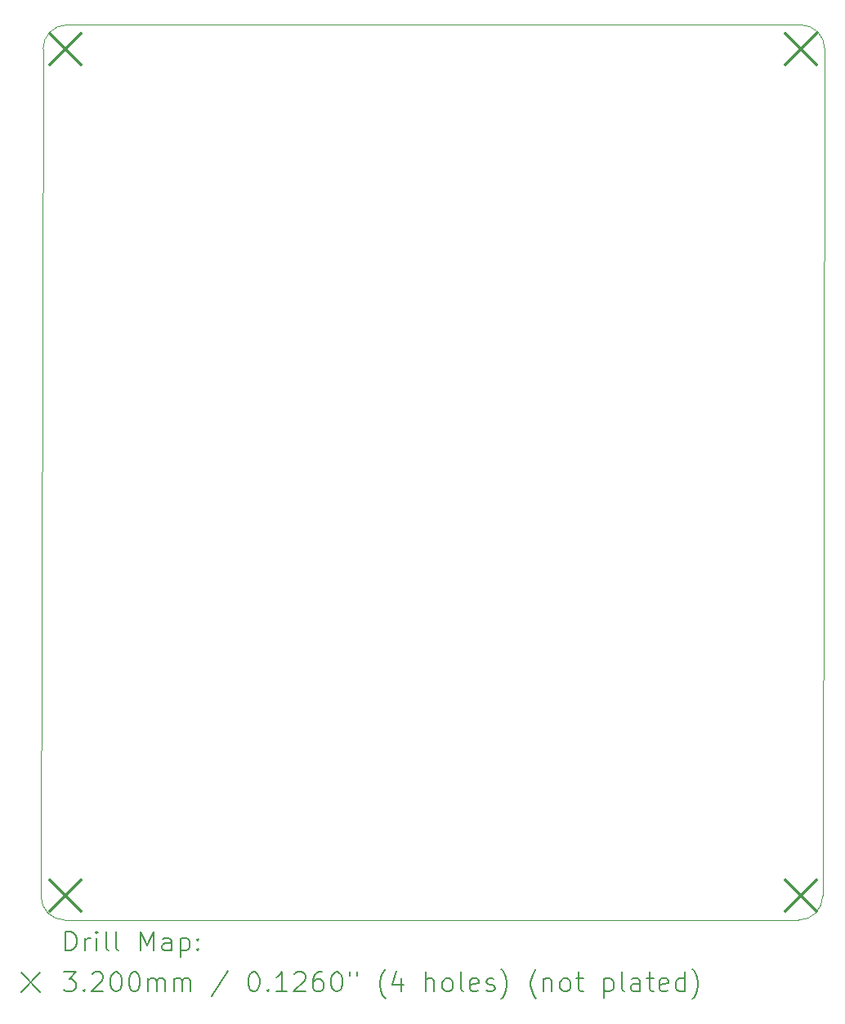
<source format=gbr>
%TF.GenerationSoftware,KiCad,Pcbnew,7.0.8*%
%TF.CreationDate,2023-12-31T21:55:10+05:30*%
%TF.ProjectId,sra_dev_board_2023,7372615f-6465-4765-9f62-6f6172645f32,rev?*%
%TF.SameCoordinates,Original*%
%TF.FileFunction,Drillmap*%
%TF.FilePolarity,Positive*%
%FSLAX45Y45*%
G04 Gerber Fmt 4.5, Leading zero omitted, Abs format (unit mm)*
G04 Created by KiCad (PCBNEW 7.0.8) date 2023-12-31 21:55:10*
%MOMM*%
%LPD*%
G01*
G04 APERTURE LIST*
%ADD10C,0.100000*%
%ADD11C,0.200000*%
%ADD12C,0.320000*%
G04 APERTURE END LIST*
D10*
X14828518Y-12213218D02*
G75*
G03*
X15078518Y-11963223I2J249998D01*
G01*
X15100000Y-3250000D02*
X15078518Y-11904096D01*
X6978518Y-11904096D02*
X6978518Y-11963223D01*
X14850000Y-2945000D02*
X7250000Y-2945000D01*
X15078518Y-11904096D02*
X15078518Y-11963223D01*
X15100000Y-3195000D02*
G75*
G03*
X14850000Y-2945000I-250000J0D01*
G01*
X7000000Y-3250000D02*
X6978518Y-11904096D01*
X6978517Y-11963223D02*
G75*
G03*
X7228518Y-12213223I250003J3D01*
G01*
X7228518Y-12213223D02*
X14828518Y-12213223D01*
X7000000Y-3195000D02*
X7000000Y-3250000D01*
X7250000Y-2945000D02*
G75*
G03*
X7000000Y-3195000I0J-250000D01*
G01*
X15100000Y-3195000D02*
X15100000Y-3250000D01*
D11*
D12*
X7075000Y-3035000D02*
X7395000Y-3355000D01*
X7395000Y-3035000D02*
X7075000Y-3355000D01*
X7075000Y-11800000D02*
X7395000Y-12120000D01*
X7395000Y-11800000D02*
X7075000Y-12120000D01*
X14690000Y-3035000D02*
X15010000Y-3355000D01*
X15010000Y-3035000D02*
X14690000Y-3355000D01*
X14690000Y-11800000D02*
X15010000Y-12120000D01*
X15010000Y-11800000D02*
X14690000Y-12120000D01*
D11*
X7234295Y-12529707D02*
X7234295Y-12329707D01*
X7234295Y-12329707D02*
X7281914Y-12329707D01*
X7281914Y-12329707D02*
X7310485Y-12339231D01*
X7310485Y-12339231D02*
X7329533Y-12358278D01*
X7329533Y-12358278D02*
X7339057Y-12377326D01*
X7339057Y-12377326D02*
X7348581Y-12415421D01*
X7348581Y-12415421D02*
X7348581Y-12443993D01*
X7348581Y-12443993D02*
X7339057Y-12482088D01*
X7339057Y-12482088D02*
X7329533Y-12501136D01*
X7329533Y-12501136D02*
X7310485Y-12520183D01*
X7310485Y-12520183D02*
X7281914Y-12529707D01*
X7281914Y-12529707D02*
X7234295Y-12529707D01*
X7434295Y-12529707D02*
X7434295Y-12396374D01*
X7434295Y-12434469D02*
X7443819Y-12415421D01*
X7443819Y-12415421D02*
X7453343Y-12405897D01*
X7453343Y-12405897D02*
X7472390Y-12396374D01*
X7472390Y-12396374D02*
X7491438Y-12396374D01*
X7558104Y-12529707D02*
X7558104Y-12396374D01*
X7558104Y-12329707D02*
X7548581Y-12339231D01*
X7548581Y-12339231D02*
X7558104Y-12348755D01*
X7558104Y-12348755D02*
X7567628Y-12339231D01*
X7567628Y-12339231D02*
X7558104Y-12329707D01*
X7558104Y-12329707D02*
X7558104Y-12348755D01*
X7681914Y-12529707D02*
X7662866Y-12520183D01*
X7662866Y-12520183D02*
X7653343Y-12501136D01*
X7653343Y-12501136D02*
X7653343Y-12329707D01*
X7786676Y-12529707D02*
X7767628Y-12520183D01*
X7767628Y-12520183D02*
X7758104Y-12501136D01*
X7758104Y-12501136D02*
X7758104Y-12329707D01*
X8015247Y-12529707D02*
X8015247Y-12329707D01*
X8015247Y-12329707D02*
X8081914Y-12472564D01*
X8081914Y-12472564D02*
X8148581Y-12329707D01*
X8148581Y-12329707D02*
X8148581Y-12529707D01*
X8329533Y-12529707D02*
X8329533Y-12424945D01*
X8329533Y-12424945D02*
X8320009Y-12405897D01*
X8320009Y-12405897D02*
X8300962Y-12396374D01*
X8300962Y-12396374D02*
X8262866Y-12396374D01*
X8262866Y-12396374D02*
X8243819Y-12405897D01*
X8329533Y-12520183D02*
X8310485Y-12529707D01*
X8310485Y-12529707D02*
X8262866Y-12529707D01*
X8262866Y-12529707D02*
X8243819Y-12520183D01*
X8243819Y-12520183D02*
X8234295Y-12501136D01*
X8234295Y-12501136D02*
X8234295Y-12482088D01*
X8234295Y-12482088D02*
X8243819Y-12463040D01*
X8243819Y-12463040D02*
X8262866Y-12453517D01*
X8262866Y-12453517D02*
X8310485Y-12453517D01*
X8310485Y-12453517D02*
X8329533Y-12443993D01*
X8424771Y-12396374D02*
X8424771Y-12596374D01*
X8424771Y-12405897D02*
X8443819Y-12396374D01*
X8443819Y-12396374D02*
X8481914Y-12396374D01*
X8481914Y-12396374D02*
X8500962Y-12405897D01*
X8500962Y-12405897D02*
X8510486Y-12415421D01*
X8510486Y-12415421D02*
X8520009Y-12434469D01*
X8520009Y-12434469D02*
X8520009Y-12491612D01*
X8520009Y-12491612D02*
X8510486Y-12510659D01*
X8510486Y-12510659D02*
X8500962Y-12520183D01*
X8500962Y-12520183D02*
X8481914Y-12529707D01*
X8481914Y-12529707D02*
X8443819Y-12529707D01*
X8443819Y-12529707D02*
X8424771Y-12520183D01*
X8605724Y-12510659D02*
X8615247Y-12520183D01*
X8615247Y-12520183D02*
X8605724Y-12529707D01*
X8605724Y-12529707D02*
X8596200Y-12520183D01*
X8596200Y-12520183D02*
X8605724Y-12510659D01*
X8605724Y-12510659D02*
X8605724Y-12529707D01*
X8605724Y-12405897D02*
X8615247Y-12415421D01*
X8615247Y-12415421D02*
X8605724Y-12424945D01*
X8605724Y-12424945D02*
X8596200Y-12415421D01*
X8596200Y-12415421D02*
X8605724Y-12405897D01*
X8605724Y-12405897D02*
X8605724Y-12424945D01*
X6773518Y-12758223D02*
X6973518Y-12958223D01*
X6973518Y-12758223D02*
X6773518Y-12958223D01*
X7215247Y-12749707D02*
X7339057Y-12749707D01*
X7339057Y-12749707D02*
X7272390Y-12825897D01*
X7272390Y-12825897D02*
X7300962Y-12825897D01*
X7300962Y-12825897D02*
X7320009Y-12835421D01*
X7320009Y-12835421D02*
X7329533Y-12844945D01*
X7329533Y-12844945D02*
X7339057Y-12863993D01*
X7339057Y-12863993D02*
X7339057Y-12911612D01*
X7339057Y-12911612D02*
X7329533Y-12930659D01*
X7329533Y-12930659D02*
X7320009Y-12940183D01*
X7320009Y-12940183D02*
X7300962Y-12949707D01*
X7300962Y-12949707D02*
X7243819Y-12949707D01*
X7243819Y-12949707D02*
X7224771Y-12940183D01*
X7224771Y-12940183D02*
X7215247Y-12930659D01*
X7424771Y-12930659D02*
X7434295Y-12940183D01*
X7434295Y-12940183D02*
X7424771Y-12949707D01*
X7424771Y-12949707D02*
X7415247Y-12940183D01*
X7415247Y-12940183D02*
X7424771Y-12930659D01*
X7424771Y-12930659D02*
X7424771Y-12949707D01*
X7510485Y-12768755D02*
X7520009Y-12759231D01*
X7520009Y-12759231D02*
X7539057Y-12749707D01*
X7539057Y-12749707D02*
X7586676Y-12749707D01*
X7586676Y-12749707D02*
X7605724Y-12759231D01*
X7605724Y-12759231D02*
X7615247Y-12768755D01*
X7615247Y-12768755D02*
X7624771Y-12787802D01*
X7624771Y-12787802D02*
X7624771Y-12806850D01*
X7624771Y-12806850D02*
X7615247Y-12835421D01*
X7615247Y-12835421D02*
X7500962Y-12949707D01*
X7500962Y-12949707D02*
X7624771Y-12949707D01*
X7748581Y-12749707D02*
X7767628Y-12749707D01*
X7767628Y-12749707D02*
X7786676Y-12759231D01*
X7786676Y-12759231D02*
X7796200Y-12768755D01*
X7796200Y-12768755D02*
X7805724Y-12787802D01*
X7805724Y-12787802D02*
X7815247Y-12825897D01*
X7815247Y-12825897D02*
X7815247Y-12873517D01*
X7815247Y-12873517D02*
X7805724Y-12911612D01*
X7805724Y-12911612D02*
X7796200Y-12930659D01*
X7796200Y-12930659D02*
X7786676Y-12940183D01*
X7786676Y-12940183D02*
X7767628Y-12949707D01*
X7767628Y-12949707D02*
X7748581Y-12949707D01*
X7748581Y-12949707D02*
X7729533Y-12940183D01*
X7729533Y-12940183D02*
X7720009Y-12930659D01*
X7720009Y-12930659D02*
X7710485Y-12911612D01*
X7710485Y-12911612D02*
X7700962Y-12873517D01*
X7700962Y-12873517D02*
X7700962Y-12825897D01*
X7700962Y-12825897D02*
X7710485Y-12787802D01*
X7710485Y-12787802D02*
X7720009Y-12768755D01*
X7720009Y-12768755D02*
X7729533Y-12759231D01*
X7729533Y-12759231D02*
X7748581Y-12749707D01*
X7939057Y-12749707D02*
X7958105Y-12749707D01*
X7958105Y-12749707D02*
X7977152Y-12759231D01*
X7977152Y-12759231D02*
X7986676Y-12768755D01*
X7986676Y-12768755D02*
X7996200Y-12787802D01*
X7996200Y-12787802D02*
X8005724Y-12825897D01*
X8005724Y-12825897D02*
X8005724Y-12873517D01*
X8005724Y-12873517D02*
X7996200Y-12911612D01*
X7996200Y-12911612D02*
X7986676Y-12930659D01*
X7986676Y-12930659D02*
X7977152Y-12940183D01*
X7977152Y-12940183D02*
X7958105Y-12949707D01*
X7958105Y-12949707D02*
X7939057Y-12949707D01*
X7939057Y-12949707D02*
X7920009Y-12940183D01*
X7920009Y-12940183D02*
X7910485Y-12930659D01*
X7910485Y-12930659D02*
X7900962Y-12911612D01*
X7900962Y-12911612D02*
X7891438Y-12873517D01*
X7891438Y-12873517D02*
X7891438Y-12825897D01*
X7891438Y-12825897D02*
X7900962Y-12787802D01*
X7900962Y-12787802D02*
X7910485Y-12768755D01*
X7910485Y-12768755D02*
X7920009Y-12759231D01*
X7920009Y-12759231D02*
X7939057Y-12749707D01*
X8091438Y-12949707D02*
X8091438Y-12816374D01*
X8091438Y-12835421D02*
X8100962Y-12825897D01*
X8100962Y-12825897D02*
X8120009Y-12816374D01*
X8120009Y-12816374D02*
X8148581Y-12816374D01*
X8148581Y-12816374D02*
X8167628Y-12825897D01*
X8167628Y-12825897D02*
X8177152Y-12844945D01*
X8177152Y-12844945D02*
X8177152Y-12949707D01*
X8177152Y-12844945D02*
X8186676Y-12825897D01*
X8186676Y-12825897D02*
X8205724Y-12816374D01*
X8205724Y-12816374D02*
X8234295Y-12816374D01*
X8234295Y-12816374D02*
X8253343Y-12825897D01*
X8253343Y-12825897D02*
X8262866Y-12844945D01*
X8262866Y-12844945D02*
X8262866Y-12949707D01*
X8358105Y-12949707D02*
X8358105Y-12816374D01*
X8358105Y-12835421D02*
X8367628Y-12825897D01*
X8367628Y-12825897D02*
X8386676Y-12816374D01*
X8386676Y-12816374D02*
X8415248Y-12816374D01*
X8415248Y-12816374D02*
X8434295Y-12825897D01*
X8434295Y-12825897D02*
X8443819Y-12844945D01*
X8443819Y-12844945D02*
X8443819Y-12949707D01*
X8443819Y-12844945D02*
X8453343Y-12825897D01*
X8453343Y-12825897D02*
X8472390Y-12816374D01*
X8472390Y-12816374D02*
X8500962Y-12816374D01*
X8500962Y-12816374D02*
X8520009Y-12825897D01*
X8520009Y-12825897D02*
X8529533Y-12844945D01*
X8529533Y-12844945D02*
X8529533Y-12949707D01*
X8920009Y-12740183D02*
X8748581Y-12997326D01*
X9177152Y-12749707D02*
X9196200Y-12749707D01*
X9196200Y-12749707D02*
X9215248Y-12759231D01*
X9215248Y-12759231D02*
X9224771Y-12768755D01*
X9224771Y-12768755D02*
X9234295Y-12787802D01*
X9234295Y-12787802D02*
X9243819Y-12825897D01*
X9243819Y-12825897D02*
X9243819Y-12873517D01*
X9243819Y-12873517D02*
X9234295Y-12911612D01*
X9234295Y-12911612D02*
X9224771Y-12930659D01*
X9224771Y-12930659D02*
X9215248Y-12940183D01*
X9215248Y-12940183D02*
X9196200Y-12949707D01*
X9196200Y-12949707D02*
X9177152Y-12949707D01*
X9177152Y-12949707D02*
X9158105Y-12940183D01*
X9158105Y-12940183D02*
X9148581Y-12930659D01*
X9148581Y-12930659D02*
X9139057Y-12911612D01*
X9139057Y-12911612D02*
X9129533Y-12873517D01*
X9129533Y-12873517D02*
X9129533Y-12825897D01*
X9129533Y-12825897D02*
X9139057Y-12787802D01*
X9139057Y-12787802D02*
X9148581Y-12768755D01*
X9148581Y-12768755D02*
X9158105Y-12759231D01*
X9158105Y-12759231D02*
X9177152Y-12749707D01*
X9329533Y-12930659D02*
X9339057Y-12940183D01*
X9339057Y-12940183D02*
X9329533Y-12949707D01*
X9329533Y-12949707D02*
X9320010Y-12940183D01*
X9320010Y-12940183D02*
X9329533Y-12930659D01*
X9329533Y-12930659D02*
X9329533Y-12949707D01*
X9529533Y-12949707D02*
X9415248Y-12949707D01*
X9472390Y-12949707D02*
X9472390Y-12749707D01*
X9472390Y-12749707D02*
X9453343Y-12778278D01*
X9453343Y-12778278D02*
X9434295Y-12797326D01*
X9434295Y-12797326D02*
X9415248Y-12806850D01*
X9605724Y-12768755D02*
X9615248Y-12759231D01*
X9615248Y-12759231D02*
X9634295Y-12749707D01*
X9634295Y-12749707D02*
X9681914Y-12749707D01*
X9681914Y-12749707D02*
X9700962Y-12759231D01*
X9700962Y-12759231D02*
X9710486Y-12768755D01*
X9710486Y-12768755D02*
X9720010Y-12787802D01*
X9720010Y-12787802D02*
X9720010Y-12806850D01*
X9720010Y-12806850D02*
X9710486Y-12835421D01*
X9710486Y-12835421D02*
X9596200Y-12949707D01*
X9596200Y-12949707D02*
X9720010Y-12949707D01*
X9891438Y-12749707D02*
X9853343Y-12749707D01*
X9853343Y-12749707D02*
X9834295Y-12759231D01*
X9834295Y-12759231D02*
X9824771Y-12768755D01*
X9824771Y-12768755D02*
X9805724Y-12797326D01*
X9805724Y-12797326D02*
X9796200Y-12835421D01*
X9796200Y-12835421D02*
X9796200Y-12911612D01*
X9796200Y-12911612D02*
X9805724Y-12930659D01*
X9805724Y-12930659D02*
X9815248Y-12940183D01*
X9815248Y-12940183D02*
X9834295Y-12949707D01*
X9834295Y-12949707D02*
X9872391Y-12949707D01*
X9872391Y-12949707D02*
X9891438Y-12940183D01*
X9891438Y-12940183D02*
X9900962Y-12930659D01*
X9900962Y-12930659D02*
X9910486Y-12911612D01*
X9910486Y-12911612D02*
X9910486Y-12863993D01*
X9910486Y-12863993D02*
X9900962Y-12844945D01*
X9900962Y-12844945D02*
X9891438Y-12835421D01*
X9891438Y-12835421D02*
X9872391Y-12825897D01*
X9872391Y-12825897D02*
X9834295Y-12825897D01*
X9834295Y-12825897D02*
X9815248Y-12835421D01*
X9815248Y-12835421D02*
X9805724Y-12844945D01*
X9805724Y-12844945D02*
X9796200Y-12863993D01*
X10034295Y-12749707D02*
X10053343Y-12749707D01*
X10053343Y-12749707D02*
X10072391Y-12759231D01*
X10072391Y-12759231D02*
X10081914Y-12768755D01*
X10081914Y-12768755D02*
X10091438Y-12787802D01*
X10091438Y-12787802D02*
X10100962Y-12825897D01*
X10100962Y-12825897D02*
X10100962Y-12873517D01*
X10100962Y-12873517D02*
X10091438Y-12911612D01*
X10091438Y-12911612D02*
X10081914Y-12930659D01*
X10081914Y-12930659D02*
X10072391Y-12940183D01*
X10072391Y-12940183D02*
X10053343Y-12949707D01*
X10053343Y-12949707D02*
X10034295Y-12949707D01*
X10034295Y-12949707D02*
X10015248Y-12940183D01*
X10015248Y-12940183D02*
X10005724Y-12930659D01*
X10005724Y-12930659D02*
X9996200Y-12911612D01*
X9996200Y-12911612D02*
X9986676Y-12873517D01*
X9986676Y-12873517D02*
X9986676Y-12825897D01*
X9986676Y-12825897D02*
X9996200Y-12787802D01*
X9996200Y-12787802D02*
X10005724Y-12768755D01*
X10005724Y-12768755D02*
X10015248Y-12759231D01*
X10015248Y-12759231D02*
X10034295Y-12749707D01*
X10177152Y-12749707D02*
X10177152Y-12787802D01*
X10253343Y-12749707D02*
X10253343Y-12787802D01*
X10548581Y-13025897D02*
X10539057Y-13016374D01*
X10539057Y-13016374D02*
X10520010Y-12987802D01*
X10520010Y-12987802D02*
X10510486Y-12968755D01*
X10510486Y-12968755D02*
X10500962Y-12940183D01*
X10500962Y-12940183D02*
X10491438Y-12892564D01*
X10491438Y-12892564D02*
X10491438Y-12854469D01*
X10491438Y-12854469D02*
X10500962Y-12806850D01*
X10500962Y-12806850D02*
X10510486Y-12778278D01*
X10510486Y-12778278D02*
X10520010Y-12759231D01*
X10520010Y-12759231D02*
X10539057Y-12730659D01*
X10539057Y-12730659D02*
X10548581Y-12721136D01*
X10710486Y-12816374D02*
X10710486Y-12949707D01*
X10662867Y-12740183D02*
X10615248Y-12883040D01*
X10615248Y-12883040D02*
X10739057Y-12883040D01*
X10967629Y-12949707D02*
X10967629Y-12749707D01*
X11053343Y-12949707D02*
X11053343Y-12844945D01*
X11053343Y-12844945D02*
X11043819Y-12825897D01*
X11043819Y-12825897D02*
X11024772Y-12816374D01*
X11024772Y-12816374D02*
X10996200Y-12816374D01*
X10996200Y-12816374D02*
X10977153Y-12825897D01*
X10977153Y-12825897D02*
X10967629Y-12835421D01*
X11177153Y-12949707D02*
X11158105Y-12940183D01*
X11158105Y-12940183D02*
X11148581Y-12930659D01*
X11148581Y-12930659D02*
X11139057Y-12911612D01*
X11139057Y-12911612D02*
X11139057Y-12854469D01*
X11139057Y-12854469D02*
X11148581Y-12835421D01*
X11148581Y-12835421D02*
X11158105Y-12825897D01*
X11158105Y-12825897D02*
X11177153Y-12816374D01*
X11177153Y-12816374D02*
X11205724Y-12816374D01*
X11205724Y-12816374D02*
X11224772Y-12825897D01*
X11224772Y-12825897D02*
X11234295Y-12835421D01*
X11234295Y-12835421D02*
X11243819Y-12854469D01*
X11243819Y-12854469D02*
X11243819Y-12911612D01*
X11243819Y-12911612D02*
X11234295Y-12930659D01*
X11234295Y-12930659D02*
X11224772Y-12940183D01*
X11224772Y-12940183D02*
X11205724Y-12949707D01*
X11205724Y-12949707D02*
X11177153Y-12949707D01*
X11358105Y-12949707D02*
X11339057Y-12940183D01*
X11339057Y-12940183D02*
X11329533Y-12921136D01*
X11329533Y-12921136D02*
X11329533Y-12749707D01*
X11510486Y-12940183D02*
X11491438Y-12949707D01*
X11491438Y-12949707D02*
X11453343Y-12949707D01*
X11453343Y-12949707D02*
X11434295Y-12940183D01*
X11434295Y-12940183D02*
X11424772Y-12921136D01*
X11424772Y-12921136D02*
X11424772Y-12844945D01*
X11424772Y-12844945D02*
X11434295Y-12825897D01*
X11434295Y-12825897D02*
X11453343Y-12816374D01*
X11453343Y-12816374D02*
X11491438Y-12816374D01*
X11491438Y-12816374D02*
X11510486Y-12825897D01*
X11510486Y-12825897D02*
X11520010Y-12844945D01*
X11520010Y-12844945D02*
X11520010Y-12863993D01*
X11520010Y-12863993D02*
X11424772Y-12883040D01*
X11596200Y-12940183D02*
X11615248Y-12949707D01*
X11615248Y-12949707D02*
X11653343Y-12949707D01*
X11653343Y-12949707D02*
X11672391Y-12940183D01*
X11672391Y-12940183D02*
X11681914Y-12921136D01*
X11681914Y-12921136D02*
X11681914Y-12911612D01*
X11681914Y-12911612D02*
X11672391Y-12892564D01*
X11672391Y-12892564D02*
X11653343Y-12883040D01*
X11653343Y-12883040D02*
X11624772Y-12883040D01*
X11624772Y-12883040D02*
X11605724Y-12873517D01*
X11605724Y-12873517D02*
X11596200Y-12854469D01*
X11596200Y-12854469D02*
X11596200Y-12844945D01*
X11596200Y-12844945D02*
X11605724Y-12825897D01*
X11605724Y-12825897D02*
X11624772Y-12816374D01*
X11624772Y-12816374D02*
X11653343Y-12816374D01*
X11653343Y-12816374D02*
X11672391Y-12825897D01*
X11748581Y-13025897D02*
X11758105Y-13016374D01*
X11758105Y-13016374D02*
X11777153Y-12987802D01*
X11777153Y-12987802D02*
X11786676Y-12968755D01*
X11786676Y-12968755D02*
X11796200Y-12940183D01*
X11796200Y-12940183D02*
X11805724Y-12892564D01*
X11805724Y-12892564D02*
X11805724Y-12854469D01*
X11805724Y-12854469D02*
X11796200Y-12806850D01*
X11796200Y-12806850D02*
X11786676Y-12778278D01*
X11786676Y-12778278D02*
X11777153Y-12759231D01*
X11777153Y-12759231D02*
X11758105Y-12730659D01*
X11758105Y-12730659D02*
X11748581Y-12721136D01*
X12110486Y-13025897D02*
X12100962Y-13016374D01*
X12100962Y-13016374D02*
X12081914Y-12987802D01*
X12081914Y-12987802D02*
X12072391Y-12968755D01*
X12072391Y-12968755D02*
X12062867Y-12940183D01*
X12062867Y-12940183D02*
X12053343Y-12892564D01*
X12053343Y-12892564D02*
X12053343Y-12854469D01*
X12053343Y-12854469D02*
X12062867Y-12806850D01*
X12062867Y-12806850D02*
X12072391Y-12778278D01*
X12072391Y-12778278D02*
X12081914Y-12759231D01*
X12081914Y-12759231D02*
X12100962Y-12730659D01*
X12100962Y-12730659D02*
X12110486Y-12721136D01*
X12186676Y-12816374D02*
X12186676Y-12949707D01*
X12186676Y-12835421D02*
X12196200Y-12825897D01*
X12196200Y-12825897D02*
X12215248Y-12816374D01*
X12215248Y-12816374D02*
X12243819Y-12816374D01*
X12243819Y-12816374D02*
X12262867Y-12825897D01*
X12262867Y-12825897D02*
X12272391Y-12844945D01*
X12272391Y-12844945D02*
X12272391Y-12949707D01*
X12396200Y-12949707D02*
X12377153Y-12940183D01*
X12377153Y-12940183D02*
X12367629Y-12930659D01*
X12367629Y-12930659D02*
X12358105Y-12911612D01*
X12358105Y-12911612D02*
X12358105Y-12854469D01*
X12358105Y-12854469D02*
X12367629Y-12835421D01*
X12367629Y-12835421D02*
X12377153Y-12825897D01*
X12377153Y-12825897D02*
X12396200Y-12816374D01*
X12396200Y-12816374D02*
X12424772Y-12816374D01*
X12424772Y-12816374D02*
X12443819Y-12825897D01*
X12443819Y-12825897D02*
X12453343Y-12835421D01*
X12453343Y-12835421D02*
X12462867Y-12854469D01*
X12462867Y-12854469D02*
X12462867Y-12911612D01*
X12462867Y-12911612D02*
X12453343Y-12930659D01*
X12453343Y-12930659D02*
X12443819Y-12940183D01*
X12443819Y-12940183D02*
X12424772Y-12949707D01*
X12424772Y-12949707D02*
X12396200Y-12949707D01*
X12520010Y-12816374D02*
X12596200Y-12816374D01*
X12548581Y-12749707D02*
X12548581Y-12921136D01*
X12548581Y-12921136D02*
X12558105Y-12940183D01*
X12558105Y-12940183D02*
X12577153Y-12949707D01*
X12577153Y-12949707D02*
X12596200Y-12949707D01*
X12815248Y-12816374D02*
X12815248Y-13016374D01*
X12815248Y-12825897D02*
X12834295Y-12816374D01*
X12834295Y-12816374D02*
X12872391Y-12816374D01*
X12872391Y-12816374D02*
X12891438Y-12825897D01*
X12891438Y-12825897D02*
X12900962Y-12835421D01*
X12900962Y-12835421D02*
X12910486Y-12854469D01*
X12910486Y-12854469D02*
X12910486Y-12911612D01*
X12910486Y-12911612D02*
X12900962Y-12930659D01*
X12900962Y-12930659D02*
X12891438Y-12940183D01*
X12891438Y-12940183D02*
X12872391Y-12949707D01*
X12872391Y-12949707D02*
X12834295Y-12949707D01*
X12834295Y-12949707D02*
X12815248Y-12940183D01*
X13024772Y-12949707D02*
X13005724Y-12940183D01*
X13005724Y-12940183D02*
X12996200Y-12921136D01*
X12996200Y-12921136D02*
X12996200Y-12749707D01*
X13186676Y-12949707D02*
X13186676Y-12844945D01*
X13186676Y-12844945D02*
X13177153Y-12825897D01*
X13177153Y-12825897D02*
X13158105Y-12816374D01*
X13158105Y-12816374D02*
X13120010Y-12816374D01*
X13120010Y-12816374D02*
X13100962Y-12825897D01*
X13186676Y-12940183D02*
X13167629Y-12949707D01*
X13167629Y-12949707D02*
X13120010Y-12949707D01*
X13120010Y-12949707D02*
X13100962Y-12940183D01*
X13100962Y-12940183D02*
X13091438Y-12921136D01*
X13091438Y-12921136D02*
X13091438Y-12902088D01*
X13091438Y-12902088D02*
X13100962Y-12883040D01*
X13100962Y-12883040D02*
X13120010Y-12873517D01*
X13120010Y-12873517D02*
X13167629Y-12873517D01*
X13167629Y-12873517D02*
X13186676Y-12863993D01*
X13253343Y-12816374D02*
X13329534Y-12816374D01*
X13281915Y-12749707D02*
X13281915Y-12921136D01*
X13281915Y-12921136D02*
X13291438Y-12940183D01*
X13291438Y-12940183D02*
X13310486Y-12949707D01*
X13310486Y-12949707D02*
X13329534Y-12949707D01*
X13472391Y-12940183D02*
X13453343Y-12949707D01*
X13453343Y-12949707D02*
X13415248Y-12949707D01*
X13415248Y-12949707D02*
X13396200Y-12940183D01*
X13396200Y-12940183D02*
X13386676Y-12921136D01*
X13386676Y-12921136D02*
X13386676Y-12844945D01*
X13386676Y-12844945D02*
X13396200Y-12825897D01*
X13396200Y-12825897D02*
X13415248Y-12816374D01*
X13415248Y-12816374D02*
X13453343Y-12816374D01*
X13453343Y-12816374D02*
X13472391Y-12825897D01*
X13472391Y-12825897D02*
X13481915Y-12844945D01*
X13481915Y-12844945D02*
X13481915Y-12863993D01*
X13481915Y-12863993D02*
X13386676Y-12883040D01*
X13653343Y-12949707D02*
X13653343Y-12749707D01*
X13653343Y-12940183D02*
X13634296Y-12949707D01*
X13634296Y-12949707D02*
X13596200Y-12949707D01*
X13596200Y-12949707D02*
X13577153Y-12940183D01*
X13577153Y-12940183D02*
X13567629Y-12930659D01*
X13567629Y-12930659D02*
X13558105Y-12911612D01*
X13558105Y-12911612D02*
X13558105Y-12854469D01*
X13558105Y-12854469D02*
X13567629Y-12835421D01*
X13567629Y-12835421D02*
X13577153Y-12825897D01*
X13577153Y-12825897D02*
X13596200Y-12816374D01*
X13596200Y-12816374D02*
X13634296Y-12816374D01*
X13634296Y-12816374D02*
X13653343Y-12825897D01*
X13729534Y-13025897D02*
X13739057Y-13016374D01*
X13739057Y-13016374D02*
X13758105Y-12987802D01*
X13758105Y-12987802D02*
X13767629Y-12968755D01*
X13767629Y-12968755D02*
X13777153Y-12940183D01*
X13777153Y-12940183D02*
X13786676Y-12892564D01*
X13786676Y-12892564D02*
X13786676Y-12854469D01*
X13786676Y-12854469D02*
X13777153Y-12806850D01*
X13777153Y-12806850D02*
X13767629Y-12778278D01*
X13767629Y-12778278D02*
X13758105Y-12759231D01*
X13758105Y-12759231D02*
X13739057Y-12730659D01*
X13739057Y-12730659D02*
X13729534Y-12721136D01*
M02*

</source>
